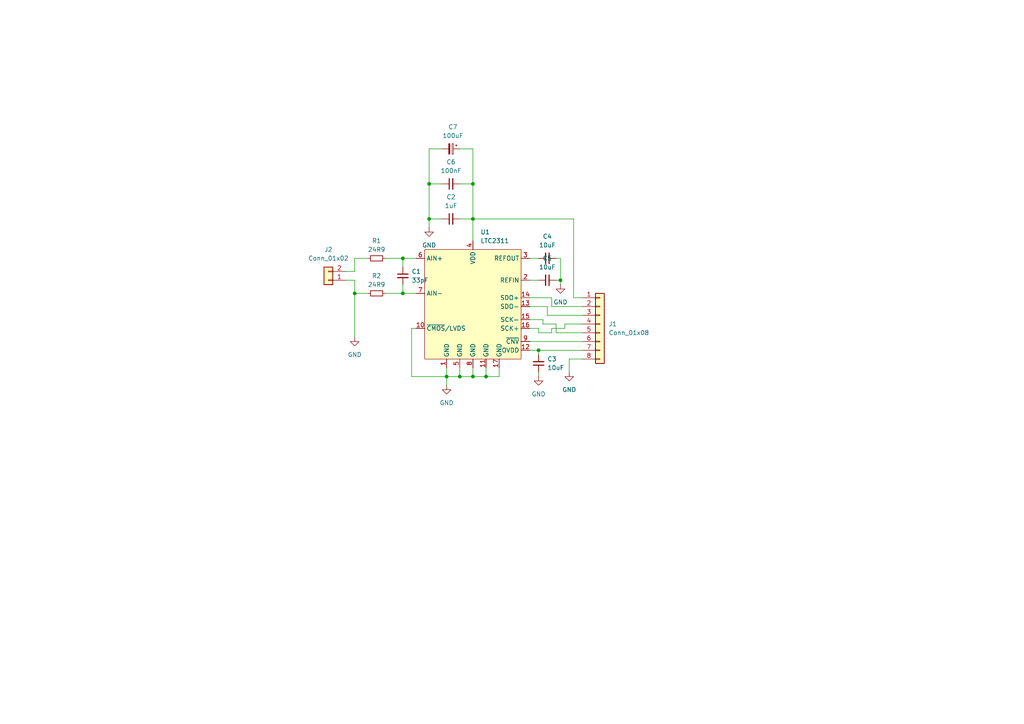
<source format=kicad_sch>
(kicad_sch (version 20231120) (generator "eeschema") (generator_version "8.0")
  (paper "A4")
  (lib_symbols
    (symbol "Connector_Generic:Conn_01x02" (pin_names (offset 1.016) hide)
      (property "Reference" "J" (at 0 2.54 0))
      (property "Value" "Conn_01x02" (at 0 -5.08 0))
      (symbol "Conn_01x02_1_1"
        (rectangle (start -1.27 -2.413) (end 0 -2.667) (stroke (width 0.1524)))
        (rectangle (start -1.27 0.127) (end 0 -0.127) (stroke (width 0.1524)))
        (rectangle (start -1.27 1.27) (end 1.27 -3.81) (stroke (width 0.254)) (fill (type background)))
        (pin passive line (at -5.08 0 0) (length 3.81) (name "Pin_1") (number "1"))
        (pin passive line (at -5.08 -2.54 0) (length 3.81) (name "Pin_2") (number "2"))
      )
    )
    (symbol "Connector_Generic:Conn_01x08" (pin_names (offset 1.016) hide)
      (property "Reference" "J" (at 0 10.16 0))
      (property "Value" "Conn_01x08" (at 0 -12.7 0))
      (symbol "Conn_01x08_1_1"
        (rectangle (start -1.27 -10.033) (end 0 -10.287) (stroke (width 0.1524)))
        (rectangle (start -1.27 -7.493) (end 0 -7.747) (stroke (width 0.1524)))
        (rectangle (start -1.27 -4.953) (end 0 -5.207) (stroke (width 0.1524)))
        (rectangle (start -1.27 -2.413) (end 0 -2.667) (stroke (width 0.1524)))
        (rectangle (start -1.27 0.127) (end 0 -0.127) (stroke (width 0.1524)))
        (rectangle (start -1.27 2.667) (end 0 2.413) (stroke (width 0.1524)))
        (rectangle (start -1.27 5.207) (end 0 4.953) (stroke (width 0.1524)))
        (rectangle (start -1.27 7.747) (end 0 7.493) (stroke (width 0.1524)))
        (rectangle (start -1.27 8.89) (end 1.27 -11.43) (stroke (width 0.254)) (fill (type background)))
        (pin passive line (at -5.08 7.62 0) (length 3.81) (name "Pin_1") (number "1"))
        (pin passive line (at -5.08 5.08 0) (length 3.81) (name "Pin_2") (number "2"))
        (pin passive line (at -5.08 2.54 0) (length 3.81) (name "Pin_3") (number "3"))
        (pin passive line (at -5.08 0 0) (length 3.81) (name "Pin_4") (number "4"))
        (pin passive line (at -5.08 -2.54 0) (length 3.81) (name "Pin_5") (number "5"))
        (pin passive line (at -5.08 -5.08 0) (length 3.81) (name "Pin_6") (number "6"))
        (pin passive line (at -5.08 -7.62 0) (length 3.81) (name "Pin_7") (number "7"))
        (pin passive line (at -5.08 -10.16 0) (length 3.81) (name "Pin_8") (number "8"))
      )
    )
    (symbol "Device:C_Polarized_Small" (pin_numbers hide) (pin_names (offset 0.254) hide)
      (property "Reference" "C" (at 0.254 1.778 0))
      (property "Value" "C_Polarized_Small" (at 0.254 -2.032 0))
      (symbol "C_Polarized_Small_0_1"
        (rectangle (start -1.524 -0.3048) (end 1.524 -0.6858) (fill (type outline)))
        (rectangle (start -1.524 0.6858) (end 1.524 0.3048))
        (polyline (pts (xy -1.27 1.524) (xy -0.762 1.524)))
        (polyline (pts (xy -1.016 1.27) (xy -1.016 1.778)))
      )
      (symbol "C_Polarized_Small_1_1"
        (pin passive line (at 0 2.54 270) (length 1.8542) (name "~") (number "1"))
        (pin passive line (at 0 -2.54 90) (length 1.8542) (name "~") (number "2"))
      )
    )
    (symbol "Device:C_Small" (pin_numbers hide) (pin_names (offset 0.254) hide)
      (property "Reference" "C" (at 0.254 1.778 0))
      (property "Value" "C_Small" (at 0.254 -2.032 0))
      (symbol "C_Small_0_1"
        (polyline (pts (xy -1.524 -0.508) (xy 1.524 -0.508)) (stroke (width 0.3302)))
        (polyline (pts (xy -1.524 0.508) (xy 1.524 0.508)) (stroke (width 0.3048)))
      )
      (symbol "C_Small_1_1"
        (pin passive line (at 0 2.54 270) (length 2.032) (name "~") (number "1"))
        (pin passive line (at 0 -2.54 90) (length 2.032) (name "~") (number "2"))
      )
    )
    (symbol "Device:R_Small" (pin_numbers hide) (pin_names (offset 0.254) hide)
      (property "Reference" "R" (at 0.762 0.508 0))
      (property "Value" "R_Small" (at 0.762 -1.016 0))
      (symbol "R_Small_0_1"
        (rectangle (start -0.762 1.778) (end 0.762 -1.778) (stroke (width 0.2032)))
      )
      (symbol "R_Small_1_1"
        (pin passive line (at 0 2.54 270) (length 0.762) (name "~") (number "1"))
        (pin passive line (at 0 -2.54 90) (length 0.762) (name "~") (number "2"))
      )
    )
    (symbol "JRIX ADC:LTC2311-16"
      (property "Reference" "U" (at 15.748 9.906 0))
      (property "Value" "LTC2311" (at 16.002 7.62 0))
      (symbol "LTC2311-16_0_0"
        (pin power_out line (at 8.89 -11.43 90) (length 2.54) (name "GND") (number "1"))
        (pin power_out line (at 20.32 -11.43 90) (length 2.54) (name "GND") (number "11"))
        (pin power_in line (at 33.02 -6.35 180) (length 2.54) (name "OVDD") (number "12"))
        (pin bidirectional line (at 33.02 6.35 180) (length 2.54) (name "SDO-") (number "13"))
        (pin bidirectional line (at 33.02 8.89 180) (length 2.54) (name "SDO+") (number "14"))
        (pin bidirectional line (at 33.02 2.54 180) (length 2.54) (name "SCK-") (number "15"))
        (pin bidirectional line (at 33.02 0 180) (length 2.54) (name "SCK+") (number "16"))
        (pin input line (at 33.02 13.97 180) (length 2.54) (name "REFIN") (number "2"))
        (pin output line (at 33.02 20.32 180) (length 2.54) (name "REFOUT") (number "3"))
        (pin power_in line (at 16.51 25.4 270) (length 2.54) (name "VDD") (number "4"))
        (pin power_out line (at 12.7 -11.43 90) (length 2.54) (name "GND") (number "5"))
        (pin input line (at 0 20.32 0) (length 2.54) (name "AIN+") (number "6"))
        (pin input line (at 0 10.16 0) (length 2.54) (name "AIN-") (number "7"))
        (pin power_out line (at 16.51 -11.43 90) (length 2.54) (name "GND") (number "8"))
      )
      (symbol "LTC2311-16_1_0"
        (pin input line (at 0 0 0) (length 2.54) (name "~{CMOS}/LVDS") (number "10"))
        (pin power_out line (at 24.13 -11.43 90) (length 2.54) (name "GND") (number "17"))
        (pin input line (at 33.02 -3.81 180) (length 2.54) (name "~{CNV}") (number "9"))
      )
      (symbol "LTC2311-16_1_1"
        (rectangle (start 2.54 22.86) (end 30.48 -8.89) (fill (type background)))
      )
    )
    (symbol "power:GND" (power) (pin_numbers hide) (pin_names (offset 0) hide)
      (property "Value" "GND" (at 0 -3.81 0))
      (symbol "GND_0_1"
        (polyline (pts (xy 0 0) (xy 0 -1.27) (xy 1.27 -1.27) (xy 0 -2.54) (xy -1.27 -1.27) (xy 0 -1.27)))
      )
      (symbol "GND_1_1"
        (pin power_in line (at 0 0 270) (length 0) (name "~") (number "1"))
      )
    )
  )
  (junction (at 137.16 63.5))
  (junction (at 140.97 109.22))
  (junction (at 116.84 74.93))
  (junction (at 137.16 109.22))
  (junction (at 124.46 63.5))
  (junction (at 102.87 85.09))
  (junction (at 116.84 85.09))
  (junction (at 124.46 53.34))
  (junction (at 162.56 81.28))
  (junction (at 137.16 53.34))
  (junction (at 156.21 101.6))
  (junction (at 129.54 109.22))
  (junction (at 133.35 109.22))
  (wire (pts (xy 128.27 43.18) (xy 124.46 43.18)))
  (wire (pts (xy 153.67 95.25) (xy 156.21 95.25)))
  (wire (pts (xy 165.1 107.95) (xy 165.1 104.14)))
  (wire (pts (xy 161.29 81.28) (xy 162.56 81.28)))
  (wire (pts (xy 160.02 96.52) (xy 160.02 95.25)))
  (wire (pts (xy 133.35 53.34) (xy 137.16 53.34)))
  (wire (pts (xy 153.67 86.36) (xy 160.02 86.36)))
  (wire (pts (xy 137.16 63.5) (xy 166.37 63.5)))
  (wire (pts (xy 133.35 109.22) (xy 129.54 109.22)))
  (wire (pts (xy 129.54 106.68) (xy 129.54 109.22)))
  (wire (pts (xy 133.35 43.18) (xy 137.16 43.18)))
  (wire (pts (xy 128.27 63.5) (xy 124.46 63.5)))
  (wire (pts (xy 153.67 92.71) (xy 157.48 92.71)))
  (wire (pts (xy 140.97 109.22) (xy 137.16 109.22)))
  (wire (pts (xy 153.67 88.9) (xy 158.75 88.9)))
  (wire (pts (xy 111.76 85.09) (xy 116.84 85.09)))
  (wire (pts (xy 163.83 93.98) (xy 168.91 93.98)))
  (wire (pts (xy 100.33 81.28) (xy 102.87 81.28)))
  (wire (pts (xy 156.21 95.25) (xy 156.21 96.52)))
  (wire (pts (xy 137.16 106.68) (xy 137.16 109.22)))
  (wire (pts (xy 160.02 88.9) (xy 168.91 88.9)))
  (wire (pts (xy 161.29 74.93) (xy 162.56 74.93)))
  (wire (pts (xy 100.33 78.74) (xy 102.87 78.74)))
  (wire (pts (xy 102.87 81.28) (xy 102.87 85.09)))
  (wire (pts (xy 128.27 53.34) (xy 124.46 53.34)))
  (wire (pts (xy 111.76 74.93) (xy 116.84 74.93)))
  (wire (pts (xy 124.46 63.5) (xy 124.46 66.04)))
  (wire (pts (xy 153.67 99.06) (xy 168.91 99.06)))
  (wire (pts (xy 161.29 93.98) (xy 161.29 96.52)))
  (wire (pts (xy 137.16 43.18) (xy 137.16 53.34)))
  (wire (pts (xy 116.84 77.47) (xy 116.84 74.93)))
  (wire (pts (xy 137.16 63.5) (xy 133.35 63.5)))
  (wire (pts (xy 157.48 93.98) (xy 161.29 93.98)))
  (wire (pts (xy 153.67 74.93) (xy 156.21 74.93)))
  (wire (pts (xy 158.75 91.44) (xy 168.91 91.44)))
  (wire (pts (xy 165.1 104.14) (xy 168.91 104.14)))
  (wire (pts (xy 160.02 86.36) (xy 160.02 88.9)))
  (wire (pts (xy 102.87 74.93) (xy 106.68 74.93)))
  (wire (pts (xy 102.87 78.74) (xy 102.87 74.93)))
  (wire (pts (xy 116.84 85.09) (xy 120.65 85.09)))
  (wire (pts (xy 144.78 106.68) (xy 144.78 109.22)))
  (wire (pts (xy 137.16 69.85) (xy 137.16 63.5)))
  (wire (pts (xy 102.87 85.09) (xy 102.87 97.79)))
  (wire (pts (xy 166.37 63.5) (xy 166.37 86.36)))
  (wire (pts (xy 158.75 88.9) (xy 158.75 91.44)))
  (wire (pts (xy 133.35 106.68) (xy 133.35 109.22)))
  (wire (pts (xy 116.84 82.55) (xy 116.84 85.09)))
  (wire (pts (xy 162.56 74.93) (xy 162.56 81.28)))
  (wire (pts (xy 129.54 109.22) (xy 129.54 111.76)))
  (wire (pts (xy 116.84 74.93) (xy 120.65 74.93)))
  (wire (pts (xy 102.87 85.09) (xy 106.68 85.09)))
  (wire (pts (xy 137.16 53.34) (xy 137.16 63.5)))
  (wire (pts (xy 120.65 95.25) (xy 119.38 95.25)))
  (wire (pts (xy 156.21 101.6) (xy 156.21 102.87)))
  (wire (pts (xy 153.67 101.6) (xy 156.21 101.6)))
  (wire (pts (xy 119.38 109.22) (xy 129.54 109.22)))
  (wire (pts (xy 140.97 106.68) (xy 140.97 109.22)))
  (wire (pts (xy 119.38 95.25) (xy 119.38 109.22)))
  (wire (pts (xy 137.16 109.22) (xy 133.35 109.22)))
  (wire (pts (xy 166.37 86.36) (xy 168.91 86.36)))
  (wire (pts (xy 156.21 96.52) (xy 160.02 96.52)))
  (wire (pts (xy 144.78 109.22) (xy 140.97 109.22)))
  (wire (pts (xy 124.46 43.18) (xy 124.46 53.34)))
  (wire (pts (xy 162.56 81.28) (xy 162.56 82.55)))
  (wire (pts (xy 160.02 95.25) (xy 163.83 95.25)))
  (wire (pts (xy 157.48 92.71) (xy 157.48 93.98)))
  (wire (pts (xy 156.21 101.6) (xy 168.91 101.6)))
  (wire (pts (xy 156.21 107.95) (xy 156.21 109.22)))
  (wire (pts (xy 153.67 81.28) (xy 156.21 81.28)))
  (wire (pts (xy 163.83 95.25) (xy 163.83 93.98)))
  (wire (pts (xy 161.29 96.52) (xy 168.91 96.52)))
  (wire (pts (xy 124.46 53.34) (xy 124.46 63.5)))
  (symbol (lib_id "JRIX ADC:LTC2311-16") (at 120.65 95.25 0) (unit 1)
    (property "Reference" "U1" (at 139.3541 67.31 0) (effects (justify left)))
    (property "Value" "LTC2311" (at 139.3541 69.85 0) (effects (justify left)))
    (property "Footprint" "Package_SO:MSOP-16-1EP_3x4mm_P0.5mm_EP1.65x2.85mm_ThermalVias" (effects (hide yes)))
    (property "Datasheet" "https://www.mouser.dk/datasheet/2/609/ltc2311_16-2955904.pdf" (effects (hide yes)))
    (property "Description" "16-Bit, 5Msps Differential Input ADC with Wide Input Common Mode Range" (effects (hide yes)))
  )
  (symbol (lib_id "power:GND") (at 124.46 66.04 0) (unit 1)
    (property "Reference" "#PWR02" (effects (hide yes)))
    (property "Value" "GND" (at 124.46 71.12 0))
    (property "Description" "Power symbol creates a global label with name \"GND\" , ground" (effects (hide yes)))
  )
  (symbol (lib_id "Device:C_Small") (at 158.75 74.93 270) (unit 1)
    (property "Reference" "C4" (at 158.7436 68.58 90))
    (property "Value" "10uF" (at 158.7436 71.12 90))
    (property "Footprint" "Capacitor_SMD:C_1206_3216Metric_Pad1.33x1.80mm_HandSolder" (effects (hide yes)))
    (property "Description" "Unpolarized capacitor, small symbol" (effects (hide yes)))
  )
  (symbol (lib_id "Connector_Generic:Conn_01x02") (at 95.25 81.28 180) (unit 1)
    (property "Reference" "J2" (at 95.25 72.39 0))
    (property "Value" "Conn_01x02" (at 95.25 74.93 0))
    (property "Footprint" "Connector_PinHeader_2.54mm:PinHeader_1x02_P2.54mm_Vertical" (effects (hide yes)))
    (property "Description" "Generic connector, single row, 01x02, script generated (kicad-library-utils/schlib/autogen/connector/)" (effects (hide yes)))
  )
  (symbol (lib_id "power:GND") (at 156.21 109.22 0) (unit 1)
    (property "Reference" "#PWR04" (effects (hide yes)))
    (property "Value" "GND" (at 156.21 114.3 0))
    (property "Description" "Power symbol creates a global label with name \"GND\" , ground" (effects (hide yes)))
  )
  (symbol (lib_id "power:GND") (at 165.1 107.95 0) (unit 1)
    (property "Reference" "#PWR03" (effects (hide yes)))
    (property "Value" "GND" (at 165.1 113.03 0))
    (property "Description" "Power symbol creates a global label with name \"GND\" , ground" (effects (hide yes)))
  )
  (symbol (lib_id "Device:C_Small") (at 130.81 53.34 90) (unit 1)
    (property "Reference" "C6" (at 130.8163 46.99 90))
    (property "Value" "100nF" (at 130.8163 49.53 90))
    (property "Footprint" "Capacitor_SMD:C_0805_2012Metric_Pad1.18x1.45mm_HandSolder" (effects (hide yes)))
    (property "Description" "Unpolarized capacitor, small symbol" (effects (hide yes)))
  )
  (symbol (lib_id "Device:C_Small") (at 156.21 105.41 180) (unit 1)
    (property "Reference" "C3" (at 158.75 104.1335 0) (effects (justify right)))
    (property "Value" "10uF" (at 158.75 106.6735 0) (effects (justify right)))
    (property "Footprint" "Capacitor_SMD:C_1206_3216Metric_Pad1.33x1.80mm_HandSolder" (effects (hide yes)))
    (property "Description" "Unpolarized capacitor, small symbol" (effects (hide yes)))
  )
  (symbol (lib_id "Device:C_Small") (at 116.84 80.01 0) (unit 1)
    (property "Reference" "C1" (at 119.38 78.7462 0) (effects (justify left)))
    (property "Value" "33pF" (at 119.38 81.2862 0) (effects (justify left)))
    (property "Footprint" "Capacitor_SMD:C_0805_2012Metric_Pad1.18x1.45mm_HandSolder" (effects (hide yes)))
    (property "Description" "Unpolarized capacitor, small symbol" (effects (hide yes)))
  )
  (symbol (lib_id "power:GND") (at 162.56 82.55 0) (unit 1)
    (property "Reference" "#PWR05" (effects (hide yes)))
    (property "Value" "GND" (at 162.56 87.63 0))
    (property "Description" "Power symbol creates a global label with name \"GND\" , ground" (effects (hide yes)))
  )
  (symbol (lib_id "power:GND") (at 102.87 97.79 0) (unit 1)
    (property "Reference" "#PWR06" (effects (hide yes)))
    (property "Value" "GND" (at 102.87 102.87 0))
    (property "Description" "Power symbol creates a global label with name \"GND\" , ground" (effects (hide yes)))
  )
  (symbol (lib_id "Device:C_Polarized_Small") (at 130.81 43.18 270) (unit 1)
    (property "Reference" "C7" (at 131.3561 36.83 90))
    (property "Value" "100uF" (at 131.3561 39.37 90))
    (property "Footprint" "Capacitor_THT:CP_Radial_D6.3mm_P2.50mm" (effects (hide yes)))
    (property "Description" "Polarized capacitor, small symbol" (effects (hide yes)))
  )
  (symbol (lib_id "Device:R_Small") (at 109.22 74.93 90) (unit 1)
    (property "Reference" "R1" (at 109.22 69.85 90))
    (property "Value" "24R9" (at 109.22 72.39 90))
    (property "Footprint" "Resistor_SMD:R_0805_2012Metric_Pad1.20x1.40mm_HandSolder" (effects (hide yes)))
    (property "Description" "Resistor, small symbol" (effects (hide yes)))
  )
  (symbol (lib_id "power:GND") (at 129.54 111.76 0) (unit 1)
    (property "Reference" "#PWR01" (effects (hide yes)))
    (property "Value" "GND" (at 129.54 116.84 0))
    (property "Description" "Power symbol creates a global label with name \"GND\" , ground" (effects (hide yes)))
  )
  (symbol (lib_id "Device:R_Small") (at 109.22 85.09 90) (unit 1)
    (property "Reference" "R2" (at 109.22 80.01 90))
    (property "Value" "24R9" (at 109.22 82.55 90))
    (property "Footprint" "Resistor_SMD:R_0805_2012Metric_Pad1.20x1.40mm_HandSolder" (effects (hide yes)))
    (property "Description" "Resistor, small symbol" (effects (hide yes)))
  )
  (symbol (lib_id "Device:C_Small") (at 158.75 81.28 270) (unit 1)
    (property "Reference" "C5" (at 158.7436 74.93 90))
    (property "Value" "10uF" (at 158.7436 77.47 90))
    (property "Footprint" "Capacitor_SMD:C_1206_3216Metric_Pad1.33x1.80mm_HandSolder" (effects (hide yes)))
    (property "Description" "Unpolarized capacitor, small symbol" (effects (hide yes)))
  )
  (symbol (lib_id "Connector_Generic:Conn_01x08") (at 173.99 93.98 0) (unit 1)
    (property "Reference" "J1" (at 176.53 93.9799 0) (effects (justify left)))
    (property "Value" "Conn_01x08" (at 176.53 96.5199 0) (effects (justify left)))
    (property "Footprint" "Connector_PinHeader_2.54mm:PinHeader_1x08_P2.54mm_Vertical" (effects (hide yes)))
    (property "Description" "Generic connector, single row, 01x08, script generated (kicad-library-utils/schlib/autogen/connector/)" (effects (hide yes)))
  )
  (symbol (lib_id "Device:C_Small") (at 130.81 63.5 90) (unit 1)
    (property "Reference" "C2" (at 130.8163 57.15 90))
    (property "Value" "1uF" (at 130.8163 59.69 90))
    (property "Footprint" "Capacitor_SMD:C_0805_2012Metric_Pad1.18x1.45mm_HandSolder" (effects (hide yes)))
    (property "Description" "Unpolarized capacitor, small symbol" (effects (hide yes)))
  )
)
</source>
